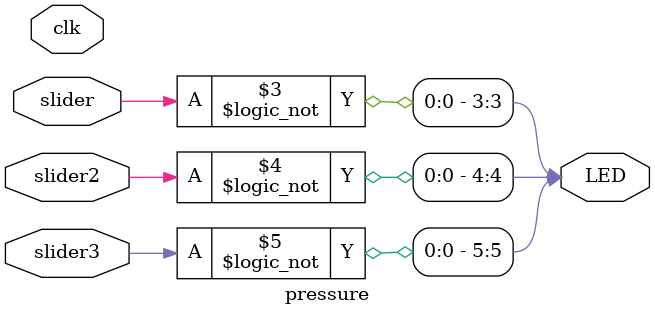
<source format=v>
module pressure (
input wire clk,
input wire slider,
input wire slider2,
input wire slider3,
output wire [5:3] LED// 3 LEDS

);

// create a binary counter
reg [31:0] cnt; //32 bit counter

initial begin

cnt <= 32'h00000000; // start count at zero

end

always @(posedge slider) begin

cnt <= cnt+1; // count up

end



//assign LEDs to bits 28 through 26 of the counter
assign LED[3] = !slider;
assign LED[4] = !slider2;
assign LED[5] = !slider3;



endmodule
</source>
